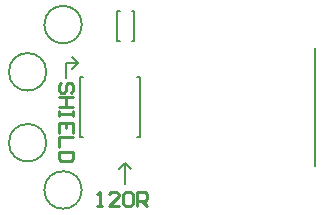
<source format=gbr>
%TF.GenerationSoftware,Altium Limited,Altium Designer,23.10.1 (27)*%
G04 Layer_Color=65535*
%FSLAX45Y45*%
%MOMM*%
%TF.SameCoordinates,3B401655-87E5-4DED-8554-5CA7246403C5*%
%TF.FilePolarity,Positive*%
%TF.FileFunction,Legend,Top*%
%TF.Part,Single*%
G01*
G75*
%TA.AperFunction,NonConductor*%
%ADD18C,0.20000*%
%ADD19C,0.15000*%
%ADD20C,0.25400*%
D18*
X1158500Y600000D02*
G03*
X1158500Y600000I-158500J0D01*
G01*
X858500Y1000000D02*
G03*
X858500Y1000000I-158500J0D01*
G01*
Y1600000D02*
G03*
X858500Y1600000I-158500J0D01*
G01*
X1158500Y2000000D02*
G03*
X1158500Y2000000I-158500J0D01*
G01*
X1075000Y1725000D02*
X1125000Y1675000D01*
X1075000Y1625000D02*
X1125000Y1675000D01*
X1025000D02*
X1125000D01*
X1025000Y1550000D02*
Y1675000D01*
X1525000Y825000D02*
X1575000Y775000D01*
X1475000D02*
X1525000Y825000D01*
Y650000D02*
Y825000D01*
X1146000Y1554000D02*
X1169500D01*
X1146000Y1046000D02*
X1169500D01*
X1146000D02*
Y1554000D01*
X1654000Y1046000D02*
Y1554000D01*
X1628600Y1046000D02*
X1654000D01*
X1628600Y1554000D02*
X1654000D01*
X3130000Y800000D02*
Y1800000D01*
D19*
X1580800Y1863000D02*
X1600000D01*
Y2117000D01*
X1580800D02*
X1600000D01*
X1460000D02*
X1479200D01*
X1460000Y1863000D02*
Y2117000D01*
Y1863000D02*
X1479200D01*
D20*
X1064987Y1424919D02*
X1084981Y1444913D01*
Y1484899D01*
X1064987Y1504893D01*
X1044994D01*
X1025000Y1484899D01*
Y1444913D01*
X1005006Y1424919D01*
X985013D01*
X965019Y1444913D01*
Y1484899D01*
X985013Y1504893D01*
X1084981Y1384932D02*
X965019D01*
X1025000D01*
Y1304958D01*
X1084981D01*
X965019D01*
X1084981Y1264971D02*
Y1224984D01*
Y1244977D01*
X965019D01*
Y1264971D01*
Y1224984D01*
X1084981Y1085029D02*
Y1165003D01*
X965019D01*
Y1085029D01*
X1025000Y1165003D02*
Y1125016D01*
X1084981Y1045042D02*
X965019D01*
Y965068D01*
X1084981Y925081D02*
X965019D01*
Y865100D01*
X985013Y845107D01*
X1064987D01*
X1084981Y865100D01*
Y925081D01*
X1290068Y465019D02*
X1330055D01*
X1310062D01*
Y584981D01*
X1290068Y564987D01*
X1470010Y465019D02*
X1390036D01*
X1470010Y544994D01*
Y564987D01*
X1450016Y584981D01*
X1410029D01*
X1390036Y564987D01*
X1509997D02*
X1529991Y584981D01*
X1569978D01*
X1589971Y564987D01*
Y485013D01*
X1569978Y465019D01*
X1529991D01*
X1509997Y485013D01*
Y564987D01*
X1629958Y465019D02*
Y584981D01*
X1689939D01*
X1709932Y564987D01*
Y525000D01*
X1689939Y505006D01*
X1629958D01*
X1669945D02*
X1709932Y465019D01*
%TF.MD5,509f6b9d5789f13039178ad1e0f13282*%
M02*

</source>
